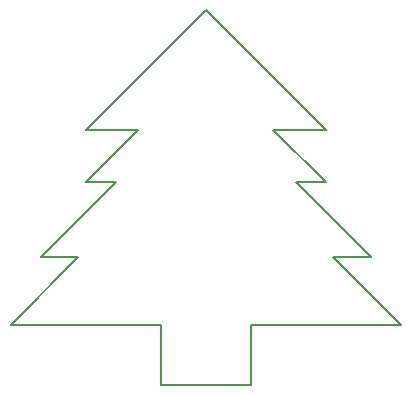
<source format=gm1>
G04 #@! TF.FileFunction,Profile,NP*
%FSLAX46Y46*%
G04 Gerber Fmt 4.6, Leading zero omitted, Abs format (unit mm)*
G04 Created by KiCad (PCBNEW 4.0.1-stable) date 27/05/2016 22:17:39*
%MOMM*%
G01*
G04 APERTURE LIST*
%ADD10C,0.150000*%
G04 APERTURE END LIST*
D10*
X326707500Y-181483000D02*
X316547500Y-171323000D01*
X322262500Y-181483000D02*
X326707500Y-181483000D01*
X326707500Y-185928000D02*
X322262500Y-181483000D01*
X324167500Y-185928000D02*
X326707500Y-185928000D01*
X330517500Y-192278000D02*
X324167500Y-185928000D01*
X327342500Y-192278000D02*
X330517500Y-192278000D01*
X333057500Y-197993000D02*
X327342500Y-192278000D01*
X320357500Y-197993000D02*
X333057500Y-197993000D01*
X320357500Y-203073000D02*
X320357500Y-197993000D01*
X312737500Y-203073000D02*
X320357500Y-203073000D01*
X312737500Y-197993000D02*
X312737500Y-203073000D01*
X300037500Y-197993000D02*
X312737500Y-197993000D01*
X305752500Y-192278000D02*
X300037500Y-197993000D01*
X302641000Y-192278000D02*
X305752500Y-192278000D01*
X308991000Y-185928000D02*
X302641000Y-192278000D01*
X306387500Y-185928000D02*
X308991000Y-185928000D01*
X310832500Y-181483000D02*
X306387500Y-185928000D01*
X306387500Y-181483000D02*
X310832500Y-181483000D01*
X316547500Y-171323000D02*
X306387500Y-181483000D01*
M02*

</source>
